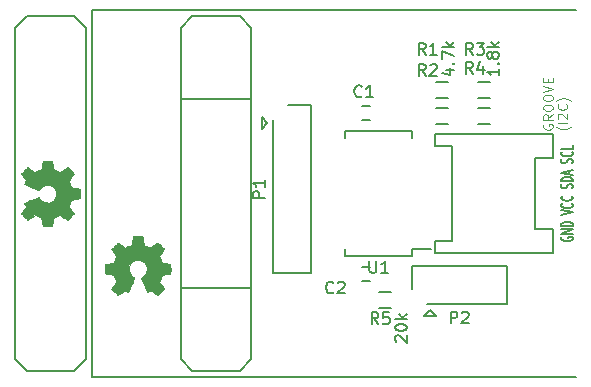
<source format=gbr>
G04 #@! TF.FileFunction,Legend,Top*
%FSLAX46Y46*%
G04 Gerber Fmt 4.6, Leading zero omitted, Abs format (unit mm)*
G04 Created by KiCad (PCBNEW 4.0.2+dfsg1-stable) date 2018年07月27日 15時19分14秒*
%MOMM*%
G01*
G04 APERTURE LIST*
%ADD10C,0.100000*%
%ADD11C,0.090000*%
%ADD12C,0.200000*%
%ADD13C,0.002540*%
%ADD14C,0.150000*%
G04 APERTURE END LIST*
D10*
D11*
X123830600Y-75385276D02*
X123792505Y-75461467D01*
X123792505Y-75575752D01*
X123830600Y-75690038D01*
X123906790Y-75766229D01*
X123982981Y-75804324D01*
X124135362Y-75842419D01*
X124249648Y-75842419D01*
X124402029Y-75804324D01*
X124478219Y-75766229D01*
X124554410Y-75690038D01*
X124592505Y-75575752D01*
X124592505Y-75499562D01*
X124554410Y-75385276D01*
X124516314Y-75347181D01*
X124249648Y-75347181D01*
X124249648Y-75499562D01*
X124592505Y-74547181D02*
X124211552Y-74813848D01*
X124592505Y-75004324D02*
X123792505Y-75004324D01*
X123792505Y-74699562D01*
X123830600Y-74623371D01*
X123868695Y-74585276D01*
X123944886Y-74547181D01*
X124059171Y-74547181D01*
X124135362Y-74585276D01*
X124173457Y-74623371D01*
X124211552Y-74699562D01*
X124211552Y-75004324D01*
X123792505Y-74051943D02*
X123792505Y-73899562D01*
X123830600Y-73823371D01*
X123906790Y-73747181D01*
X124059171Y-73709086D01*
X124325838Y-73709086D01*
X124478219Y-73747181D01*
X124554410Y-73823371D01*
X124592505Y-73899562D01*
X124592505Y-74051943D01*
X124554410Y-74128133D01*
X124478219Y-74204324D01*
X124325838Y-74242419D01*
X124059171Y-74242419D01*
X123906790Y-74204324D01*
X123830600Y-74128133D01*
X123792505Y-74051943D01*
X123792505Y-73213848D02*
X123792505Y-73061467D01*
X123830600Y-72985276D01*
X123906790Y-72909086D01*
X124059171Y-72870991D01*
X124325838Y-72870991D01*
X124478219Y-72909086D01*
X124554410Y-72985276D01*
X124592505Y-73061467D01*
X124592505Y-73213848D01*
X124554410Y-73290038D01*
X124478219Y-73366229D01*
X124325838Y-73404324D01*
X124059171Y-73404324D01*
X123906790Y-73366229D01*
X123830600Y-73290038D01*
X123792505Y-73213848D01*
X123792505Y-72642420D02*
X124592505Y-72375753D01*
X123792505Y-72109086D01*
X124173457Y-71842420D02*
X124173457Y-71575753D01*
X124592505Y-71461467D02*
X124592505Y-71842420D01*
X123792505Y-71842420D01*
X123792505Y-71461467D01*
X126107267Y-75575752D02*
X126069171Y-75613848D01*
X125954886Y-75690038D01*
X125878695Y-75728133D01*
X125764410Y-75766229D01*
X125573933Y-75804324D01*
X125421552Y-75804324D01*
X125231076Y-75766229D01*
X125116790Y-75728133D01*
X125040600Y-75690038D01*
X124926314Y-75613848D01*
X124888219Y-75575752D01*
X125802505Y-75270991D02*
X125002505Y-75270991D01*
X125078695Y-74928134D02*
X125040600Y-74890039D01*
X125002505Y-74813848D01*
X125002505Y-74623372D01*
X125040600Y-74547182D01*
X125078695Y-74509086D01*
X125154886Y-74470991D01*
X125231076Y-74470991D01*
X125345362Y-74509086D01*
X125802505Y-74966229D01*
X125802505Y-74470991D01*
X125726314Y-73670991D02*
X125764410Y-73709086D01*
X125802505Y-73823372D01*
X125802505Y-73899562D01*
X125764410Y-74013848D01*
X125688219Y-74090039D01*
X125612029Y-74128134D01*
X125459648Y-74166229D01*
X125345362Y-74166229D01*
X125192981Y-74128134D01*
X125116790Y-74090039D01*
X125040600Y-74013848D01*
X125002505Y-73899562D01*
X125002505Y-73823372D01*
X125040600Y-73709086D01*
X125078695Y-73670991D01*
X126107267Y-73404324D02*
X126069171Y-73366229D01*
X125954886Y-73290039D01*
X125878695Y-73251943D01*
X125764410Y-73213848D01*
X125573933Y-73175753D01*
X125421552Y-73175753D01*
X125231076Y-73213848D01*
X125116790Y-73251943D01*
X125040600Y-73290039D01*
X124926314Y-73366229D01*
X124888219Y-73404324D01*
D12*
X84085600Y-66244800D02*
X85085600Y-67244800D01*
X85085600Y-67244800D02*
X85085600Y-69244800D01*
X85085600Y-95244800D02*
X84085600Y-96244800D01*
X84085600Y-96244800D02*
X80085600Y-96244800D01*
X80085600Y-96244800D02*
X79085600Y-95244800D01*
X79085600Y-67244800D02*
X80085600Y-66244800D01*
X85085600Y-95244800D02*
X85085600Y-75244800D01*
X85085600Y-67244800D02*
X84085600Y-66244800D01*
X84085600Y-66244800D02*
X80085600Y-66244800D01*
X80085600Y-66244800D02*
X79085600Y-67244800D01*
X79085600Y-75244800D02*
X79085600Y-95244800D01*
X79085600Y-67244800D02*
X79085600Y-75244800D01*
X85085600Y-69244800D02*
X85085600Y-75244800D01*
X99085600Y-69244800D02*
X99085600Y-75244800D01*
X93085600Y-67244800D02*
X93085600Y-75244800D01*
X93085600Y-75244800D02*
X93085600Y-95244800D01*
X94085600Y-66244800D02*
X93085600Y-67244800D01*
X98085600Y-66244800D02*
X94085600Y-66244800D01*
X99085600Y-67244800D02*
X98085600Y-66244800D01*
X99085600Y-95244800D02*
X99085600Y-75244800D01*
X93085600Y-67244800D02*
X94085600Y-66244800D01*
X94085600Y-96244800D02*
X93085600Y-95244800D01*
X98085600Y-96244800D02*
X94085600Y-96244800D01*
X99085600Y-95244800D02*
X98085600Y-96244800D01*
X99085600Y-67244800D02*
X99085600Y-69244800D01*
X98085600Y-66244800D02*
X99085600Y-67244800D01*
X85585600Y-96744800D02*
X85585600Y-65744800D01*
X126585600Y-96744800D02*
X85585600Y-96744800D01*
X85585600Y-65744800D02*
X126585600Y-65744800D01*
D13*
G36*
X79586240Y-79558240D02*
X79601480Y-79588720D01*
X79642120Y-79652220D01*
X79703080Y-79746200D01*
X79776740Y-79855420D01*
X79852940Y-79967180D01*
X79913900Y-80056080D01*
X79954540Y-80119580D01*
X79967240Y-80147520D01*
X79962160Y-80160220D01*
X79936760Y-80213560D01*
X79898660Y-80289760D01*
X79875800Y-80332940D01*
X79845320Y-80404060D01*
X79840240Y-80437080D01*
X79847860Y-80444700D01*
X79901200Y-80470100D01*
X79992640Y-80508200D01*
X80114560Y-80561540D01*
X80254260Y-80622500D01*
X80406660Y-80686000D01*
X80561600Y-80752040D01*
X80711460Y-80813000D01*
X80843540Y-80866340D01*
X80952760Y-80909520D01*
X81026420Y-80940000D01*
X81059440Y-80950160D01*
X81067060Y-80947620D01*
X81100080Y-80912060D01*
X81145800Y-80851100D01*
X81252480Y-80719020D01*
X81415040Y-80589480D01*
X81600460Y-80510740D01*
X81803660Y-80482800D01*
X81994160Y-80505660D01*
X82177040Y-80581860D01*
X82339600Y-80708860D01*
X82461520Y-80861260D01*
X82540260Y-81041600D01*
X82563120Y-81244800D01*
X82542800Y-81437840D01*
X82469140Y-81623260D01*
X82344680Y-81788360D01*
X82263400Y-81856940D01*
X82098300Y-81953460D01*
X81920500Y-82006800D01*
X81874780Y-82014420D01*
X81679200Y-82004260D01*
X81493780Y-81948380D01*
X81326140Y-81844240D01*
X81188980Y-81702000D01*
X81173740Y-81684220D01*
X81125480Y-81615640D01*
X81089920Y-81572460D01*
X81061980Y-81536900D01*
X80462540Y-81785820D01*
X80368560Y-81826460D01*
X80203460Y-81895040D01*
X80063760Y-81953460D01*
X79952000Y-82001720D01*
X79875800Y-82034740D01*
X79845320Y-82049980D01*
X79845320Y-82052520D01*
X79840240Y-82072840D01*
X79858020Y-82118560D01*
X79898660Y-82202380D01*
X79926600Y-82258260D01*
X79957080Y-82321760D01*
X79967240Y-82349700D01*
X79954540Y-82375100D01*
X79916440Y-82436060D01*
X79855480Y-82524960D01*
X79781820Y-82631640D01*
X79713240Y-82733240D01*
X79652280Y-82827220D01*
X79609100Y-82895800D01*
X79591320Y-82928820D01*
X79591320Y-82933900D01*
X79606560Y-82964380D01*
X79652280Y-83017720D01*
X79728480Y-83099000D01*
X79842780Y-83215840D01*
X79860560Y-83233620D01*
X79957080Y-83327600D01*
X80038360Y-83403800D01*
X80094240Y-83457140D01*
X80122180Y-83474920D01*
X80122180Y-83474920D01*
X80155200Y-83457140D01*
X80221240Y-83413960D01*
X80317760Y-83353000D01*
X80429520Y-83276800D01*
X80716540Y-83078680D01*
X80988320Y-83187900D01*
X81072140Y-83220920D01*
X81173740Y-83264100D01*
X81244860Y-83294580D01*
X81277880Y-83309820D01*
X81288040Y-83340300D01*
X81305820Y-83413960D01*
X81328680Y-83523180D01*
X81351540Y-83652720D01*
X81374400Y-83774640D01*
X81394720Y-83883860D01*
X81409960Y-83965140D01*
X81417580Y-84000700D01*
X81422660Y-84010860D01*
X81440440Y-84015940D01*
X81478540Y-84021020D01*
X81544580Y-84023560D01*
X81651260Y-84026100D01*
X81803660Y-84026100D01*
X81821440Y-84026100D01*
X81968760Y-84023560D01*
X82083060Y-84021020D01*
X82159260Y-84018480D01*
X82189740Y-84013400D01*
X82189740Y-84013400D01*
X82197360Y-83977840D01*
X82215140Y-83899100D01*
X82235460Y-83789880D01*
X82260860Y-83657800D01*
X82263400Y-83647640D01*
X82288800Y-83518100D01*
X82311660Y-83406340D01*
X82329440Y-83330140D01*
X82339600Y-83297120D01*
X82349760Y-83289500D01*
X82400560Y-83264100D01*
X82481840Y-83226000D01*
X82580900Y-83182820D01*
X82685040Y-83139640D01*
X82776480Y-83101540D01*
X82847600Y-83076140D01*
X82878080Y-83068520D01*
X82878080Y-83071060D01*
X82911100Y-83088840D01*
X82979680Y-83134560D01*
X83073660Y-83198060D01*
X83185420Y-83276800D01*
X83193040Y-83281880D01*
X83304800Y-83358080D01*
X83398780Y-83419040D01*
X83467360Y-83459680D01*
X83497840Y-83474920D01*
X83497840Y-83474920D01*
X83530860Y-83449520D01*
X83594360Y-83393640D01*
X83680720Y-83312360D01*
X83777240Y-83213300D01*
X83807720Y-83182820D01*
X83914400Y-83076140D01*
X83982980Y-82999940D01*
X84021080Y-82954220D01*
X84028700Y-82931360D01*
X84028700Y-82928820D01*
X84008380Y-82895800D01*
X83962660Y-82827220D01*
X83896620Y-82730700D01*
X83820420Y-82618940D01*
X83815340Y-82611320D01*
X83739140Y-82499560D01*
X83675640Y-82405580D01*
X83632460Y-82339540D01*
X83614680Y-82311600D01*
X83614680Y-82306520D01*
X83629920Y-82260800D01*
X83657860Y-82182060D01*
X83693420Y-82085540D01*
X83736600Y-81981400D01*
X83774700Y-81889960D01*
X83807720Y-81818840D01*
X83825500Y-81785820D01*
X83828040Y-81785820D01*
X83866140Y-81773120D01*
X83949960Y-81752800D01*
X84064260Y-81729940D01*
X84201420Y-81704540D01*
X84224280Y-81699460D01*
X84356360Y-81674060D01*
X84465580Y-81653740D01*
X84541780Y-81638500D01*
X84572260Y-81630880D01*
X84577340Y-81610560D01*
X84582420Y-81547060D01*
X84584960Y-81448000D01*
X84584960Y-81328620D01*
X84584960Y-81204160D01*
X84582420Y-81079700D01*
X84577340Y-80975560D01*
X84572260Y-80899360D01*
X84567180Y-80868880D01*
X84564640Y-80868880D01*
X84524000Y-80856180D01*
X84440180Y-80838400D01*
X84325880Y-80815540D01*
X84188720Y-80787600D01*
X84163320Y-80782520D01*
X84031240Y-80759660D01*
X83924560Y-80736800D01*
X83848360Y-80721560D01*
X83820420Y-80711400D01*
X83812800Y-80701240D01*
X83789940Y-80645360D01*
X83751840Y-80556460D01*
X83708660Y-80447240D01*
X83604520Y-80193240D01*
X83820420Y-79880820D01*
X83838200Y-79850340D01*
X83914400Y-79738580D01*
X83977900Y-79647140D01*
X84018540Y-79583640D01*
X84033780Y-79555700D01*
X84031240Y-79553160D01*
X84005840Y-79522680D01*
X83947420Y-79461720D01*
X83863600Y-79375360D01*
X83767080Y-79278840D01*
X83693420Y-79205180D01*
X83607060Y-79118820D01*
X83548640Y-79065480D01*
X83510540Y-79035000D01*
X83487680Y-79024840D01*
X83472440Y-79027380D01*
X83439420Y-79047700D01*
X83370840Y-79093420D01*
X83276860Y-79156920D01*
X83165100Y-79233120D01*
X83073660Y-79296620D01*
X82969520Y-79362660D01*
X82893320Y-79408380D01*
X82857760Y-79423620D01*
X82842520Y-79418540D01*
X82781560Y-79398220D01*
X82687580Y-79360120D01*
X82578360Y-79314400D01*
X82331980Y-79205180D01*
X82298960Y-79042620D01*
X82281180Y-78943560D01*
X82255780Y-78806400D01*
X82230380Y-78676860D01*
X82189740Y-78471120D01*
X81437900Y-78463500D01*
X81422660Y-78493980D01*
X81415040Y-78524460D01*
X81397260Y-78600660D01*
X81376940Y-78709880D01*
X81351540Y-78836880D01*
X81331220Y-78946100D01*
X81310900Y-79057860D01*
X81295660Y-79136600D01*
X81288040Y-79172160D01*
X81277880Y-79179780D01*
X81224540Y-79207720D01*
X81138180Y-79245820D01*
X81036580Y-79289000D01*
X80932440Y-79334720D01*
X80833380Y-79372820D01*
X80759720Y-79400760D01*
X80721620Y-79410920D01*
X80693680Y-79395680D01*
X80627640Y-79352500D01*
X80536200Y-79291540D01*
X80426980Y-79217880D01*
X80317760Y-79144220D01*
X80223780Y-79080720D01*
X80157740Y-79037540D01*
X80127260Y-79017220D01*
X80104400Y-79027380D01*
X80053600Y-79070560D01*
X79967240Y-79154380D01*
X79845320Y-79276300D01*
X79827540Y-79296620D01*
X79733560Y-79393140D01*
X79657360Y-79476960D01*
X79606560Y-79532840D01*
X79586240Y-79558240D01*
X79586240Y-79558240D01*
G37*
X79586240Y-79558240D02*
X79601480Y-79588720D01*
X79642120Y-79652220D01*
X79703080Y-79746200D01*
X79776740Y-79855420D01*
X79852940Y-79967180D01*
X79913900Y-80056080D01*
X79954540Y-80119580D01*
X79967240Y-80147520D01*
X79962160Y-80160220D01*
X79936760Y-80213560D01*
X79898660Y-80289760D01*
X79875800Y-80332940D01*
X79845320Y-80404060D01*
X79840240Y-80437080D01*
X79847860Y-80444700D01*
X79901200Y-80470100D01*
X79992640Y-80508200D01*
X80114560Y-80561540D01*
X80254260Y-80622500D01*
X80406660Y-80686000D01*
X80561600Y-80752040D01*
X80711460Y-80813000D01*
X80843540Y-80866340D01*
X80952760Y-80909520D01*
X81026420Y-80940000D01*
X81059440Y-80950160D01*
X81067060Y-80947620D01*
X81100080Y-80912060D01*
X81145800Y-80851100D01*
X81252480Y-80719020D01*
X81415040Y-80589480D01*
X81600460Y-80510740D01*
X81803660Y-80482800D01*
X81994160Y-80505660D01*
X82177040Y-80581860D01*
X82339600Y-80708860D01*
X82461520Y-80861260D01*
X82540260Y-81041600D01*
X82563120Y-81244800D01*
X82542800Y-81437840D01*
X82469140Y-81623260D01*
X82344680Y-81788360D01*
X82263400Y-81856940D01*
X82098300Y-81953460D01*
X81920500Y-82006800D01*
X81874780Y-82014420D01*
X81679200Y-82004260D01*
X81493780Y-81948380D01*
X81326140Y-81844240D01*
X81188980Y-81702000D01*
X81173740Y-81684220D01*
X81125480Y-81615640D01*
X81089920Y-81572460D01*
X81061980Y-81536900D01*
X80462540Y-81785820D01*
X80368560Y-81826460D01*
X80203460Y-81895040D01*
X80063760Y-81953460D01*
X79952000Y-82001720D01*
X79875800Y-82034740D01*
X79845320Y-82049980D01*
X79845320Y-82052520D01*
X79840240Y-82072840D01*
X79858020Y-82118560D01*
X79898660Y-82202380D01*
X79926600Y-82258260D01*
X79957080Y-82321760D01*
X79967240Y-82349700D01*
X79954540Y-82375100D01*
X79916440Y-82436060D01*
X79855480Y-82524960D01*
X79781820Y-82631640D01*
X79713240Y-82733240D01*
X79652280Y-82827220D01*
X79609100Y-82895800D01*
X79591320Y-82928820D01*
X79591320Y-82933900D01*
X79606560Y-82964380D01*
X79652280Y-83017720D01*
X79728480Y-83099000D01*
X79842780Y-83215840D01*
X79860560Y-83233620D01*
X79957080Y-83327600D01*
X80038360Y-83403800D01*
X80094240Y-83457140D01*
X80122180Y-83474920D01*
X80122180Y-83474920D01*
X80155200Y-83457140D01*
X80221240Y-83413960D01*
X80317760Y-83353000D01*
X80429520Y-83276800D01*
X80716540Y-83078680D01*
X80988320Y-83187900D01*
X81072140Y-83220920D01*
X81173740Y-83264100D01*
X81244860Y-83294580D01*
X81277880Y-83309820D01*
X81288040Y-83340300D01*
X81305820Y-83413960D01*
X81328680Y-83523180D01*
X81351540Y-83652720D01*
X81374400Y-83774640D01*
X81394720Y-83883860D01*
X81409960Y-83965140D01*
X81417580Y-84000700D01*
X81422660Y-84010860D01*
X81440440Y-84015940D01*
X81478540Y-84021020D01*
X81544580Y-84023560D01*
X81651260Y-84026100D01*
X81803660Y-84026100D01*
X81821440Y-84026100D01*
X81968760Y-84023560D01*
X82083060Y-84021020D01*
X82159260Y-84018480D01*
X82189740Y-84013400D01*
X82189740Y-84013400D01*
X82197360Y-83977840D01*
X82215140Y-83899100D01*
X82235460Y-83789880D01*
X82260860Y-83657800D01*
X82263400Y-83647640D01*
X82288800Y-83518100D01*
X82311660Y-83406340D01*
X82329440Y-83330140D01*
X82339600Y-83297120D01*
X82349760Y-83289500D01*
X82400560Y-83264100D01*
X82481840Y-83226000D01*
X82580900Y-83182820D01*
X82685040Y-83139640D01*
X82776480Y-83101540D01*
X82847600Y-83076140D01*
X82878080Y-83068520D01*
X82878080Y-83071060D01*
X82911100Y-83088840D01*
X82979680Y-83134560D01*
X83073660Y-83198060D01*
X83185420Y-83276800D01*
X83193040Y-83281880D01*
X83304800Y-83358080D01*
X83398780Y-83419040D01*
X83467360Y-83459680D01*
X83497840Y-83474920D01*
X83497840Y-83474920D01*
X83530860Y-83449520D01*
X83594360Y-83393640D01*
X83680720Y-83312360D01*
X83777240Y-83213300D01*
X83807720Y-83182820D01*
X83914400Y-83076140D01*
X83982980Y-82999940D01*
X84021080Y-82954220D01*
X84028700Y-82931360D01*
X84028700Y-82928820D01*
X84008380Y-82895800D01*
X83962660Y-82827220D01*
X83896620Y-82730700D01*
X83820420Y-82618940D01*
X83815340Y-82611320D01*
X83739140Y-82499560D01*
X83675640Y-82405580D01*
X83632460Y-82339540D01*
X83614680Y-82311600D01*
X83614680Y-82306520D01*
X83629920Y-82260800D01*
X83657860Y-82182060D01*
X83693420Y-82085540D01*
X83736600Y-81981400D01*
X83774700Y-81889960D01*
X83807720Y-81818840D01*
X83825500Y-81785820D01*
X83828040Y-81785820D01*
X83866140Y-81773120D01*
X83949960Y-81752800D01*
X84064260Y-81729940D01*
X84201420Y-81704540D01*
X84224280Y-81699460D01*
X84356360Y-81674060D01*
X84465580Y-81653740D01*
X84541780Y-81638500D01*
X84572260Y-81630880D01*
X84577340Y-81610560D01*
X84582420Y-81547060D01*
X84584960Y-81448000D01*
X84584960Y-81328620D01*
X84584960Y-81204160D01*
X84582420Y-81079700D01*
X84577340Y-80975560D01*
X84572260Y-80899360D01*
X84567180Y-80868880D01*
X84564640Y-80868880D01*
X84524000Y-80856180D01*
X84440180Y-80838400D01*
X84325880Y-80815540D01*
X84188720Y-80787600D01*
X84163320Y-80782520D01*
X84031240Y-80759660D01*
X83924560Y-80736800D01*
X83848360Y-80721560D01*
X83820420Y-80711400D01*
X83812800Y-80701240D01*
X83789940Y-80645360D01*
X83751840Y-80556460D01*
X83708660Y-80447240D01*
X83604520Y-80193240D01*
X83820420Y-79880820D01*
X83838200Y-79850340D01*
X83914400Y-79738580D01*
X83977900Y-79647140D01*
X84018540Y-79583640D01*
X84033780Y-79555700D01*
X84031240Y-79553160D01*
X84005840Y-79522680D01*
X83947420Y-79461720D01*
X83863600Y-79375360D01*
X83767080Y-79278840D01*
X83693420Y-79205180D01*
X83607060Y-79118820D01*
X83548640Y-79065480D01*
X83510540Y-79035000D01*
X83487680Y-79024840D01*
X83472440Y-79027380D01*
X83439420Y-79047700D01*
X83370840Y-79093420D01*
X83276860Y-79156920D01*
X83165100Y-79233120D01*
X83073660Y-79296620D01*
X82969520Y-79362660D01*
X82893320Y-79408380D01*
X82857760Y-79423620D01*
X82842520Y-79418540D01*
X82781560Y-79398220D01*
X82687580Y-79360120D01*
X82578360Y-79314400D01*
X82331980Y-79205180D01*
X82298960Y-79042620D01*
X82281180Y-78943560D01*
X82255780Y-78806400D01*
X82230380Y-78676860D01*
X82189740Y-78471120D01*
X81437900Y-78463500D01*
X81422660Y-78493980D01*
X81415040Y-78524460D01*
X81397260Y-78600660D01*
X81376940Y-78709880D01*
X81351540Y-78836880D01*
X81331220Y-78946100D01*
X81310900Y-79057860D01*
X81295660Y-79136600D01*
X81288040Y-79172160D01*
X81277880Y-79179780D01*
X81224540Y-79207720D01*
X81138180Y-79245820D01*
X81036580Y-79289000D01*
X80932440Y-79334720D01*
X80833380Y-79372820D01*
X80759720Y-79400760D01*
X80721620Y-79410920D01*
X80693680Y-79395680D01*
X80627640Y-79352500D01*
X80536200Y-79291540D01*
X80426980Y-79217880D01*
X80317760Y-79144220D01*
X80223780Y-79080720D01*
X80157740Y-79037540D01*
X80127260Y-79017220D01*
X80104400Y-79027380D01*
X80053600Y-79070560D01*
X79967240Y-79154380D01*
X79845320Y-79276300D01*
X79827540Y-79296620D01*
X79733560Y-79393140D01*
X79657360Y-79476960D01*
X79606560Y-79532840D01*
X79586240Y-79558240D01*
D14*
X124585600Y-86244800D02*
X124585600Y-84244800D01*
X124585600Y-84244800D02*
X123085600Y-84244800D01*
X123085600Y-84244800D02*
X123085600Y-78244800D01*
X116085600Y-86244800D02*
X114585600Y-86244800D01*
X114585600Y-86244800D02*
X114585600Y-85244800D01*
X114585600Y-85244800D02*
X116085600Y-85244800D01*
X116085600Y-85244800D02*
X116085600Y-77244800D01*
X116085600Y-77244800D02*
X114585600Y-77244800D01*
X114585600Y-77244800D02*
X114585600Y-76244800D01*
X114585600Y-76244800D02*
X124585600Y-76244800D01*
X124585600Y-76244800D02*
X124585600Y-78244800D01*
X124585600Y-78244800D02*
X123085600Y-78244800D01*
X124585600Y-86244800D02*
X116085600Y-86244800D01*
X109135600Y-75044800D02*
X108435600Y-75044800D01*
X108435600Y-73844800D02*
X109135600Y-73844800D01*
X108435600Y-87444800D02*
X109135600Y-87444800D01*
X109135600Y-88644800D02*
X108435600Y-88644800D01*
X102205600Y-73744800D02*
X104135600Y-73744800D01*
X104135600Y-73744800D02*
X104135600Y-87994800D01*
X104135600Y-87994800D02*
X100935600Y-87994800D01*
X100935600Y-87994800D02*
X100935600Y-75014800D01*
X100435600Y-75244800D02*
X99935600Y-75744800D01*
X99935600Y-75744800D02*
X99935600Y-74744800D01*
X99935600Y-74744800D02*
X100435600Y-75244800D01*
X112685600Y-89324800D02*
X112685600Y-87394800D01*
X112685600Y-87394800D02*
X120685600Y-87394800D01*
X120685600Y-87394800D02*
X120685600Y-90594800D01*
X120685600Y-90594800D02*
X113955600Y-90594800D01*
X114185600Y-91094800D02*
X114685600Y-91594800D01*
X114685600Y-91594800D02*
X113685600Y-91594800D01*
X113685600Y-91594800D02*
X114185600Y-91094800D01*
X114685600Y-71769800D02*
X115685600Y-71769800D01*
X115685600Y-73119800D02*
X114685600Y-73119800D01*
X114685600Y-73969800D02*
X115685600Y-73969800D01*
X115685600Y-75319800D02*
X114685600Y-75319800D01*
X119285600Y-73119800D02*
X118285600Y-73119800D01*
X118285600Y-71769800D02*
X119285600Y-71769800D01*
X119285600Y-75319800D02*
X118285600Y-75319800D01*
X118285600Y-73969800D02*
X119285600Y-73969800D01*
X110885600Y-90919800D02*
X109885600Y-90919800D01*
X109885600Y-89569800D02*
X110885600Y-89569800D01*
D13*
G36*
X87762040Y-89840160D02*
X87792520Y-89824920D01*
X87856020Y-89784280D01*
X87950000Y-89723320D01*
X88059220Y-89649660D01*
X88170980Y-89573460D01*
X88259880Y-89512500D01*
X88323380Y-89471860D01*
X88351320Y-89459160D01*
X88364020Y-89464240D01*
X88417360Y-89489640D01*
X88493560Y-89527740D01*
X88536740Y-89550600D01*
X88607860Y-89581080D01*
X88640880Y-89586160D01*
X88648500Y-89578540D01*
X88673900Y-89525200D01*
X88712000Y-89433760D01*
X88765340Y-89311840D01*
X88826300Y-89172140D01*
X88889800Y-89019740D01*
X88955840Y-88864800D01*
X89016800Y-88714940D01*
X89070140Y-88582860D01*
X89113320Y-88473640D01*
X89143800Y-88399980D01*
X89153960Y-88366960D01*
X89151420Y-88359340D01*
X89115860Y-88326320D01*
X89054900Y-88280600D01*
X88922820Y-88173920D01*
X88793280Y-88011360D01*
X88714540Y-87825940D01*
X88686600Y-87622740D01*
X88709460Y-87432240D01*
X88785660Y-87249360D01*
X88912660Y-87086800D01*
X89065060Y-86964880D01*
X89245400Y-86886140D01*
X89448600Y-86863280D01*
X89641640Y-86883600D01*
X89827060Y-86957260D01*
X89992160Y-87081720D01*
X90060740Y-87163000D01*
X90157260Y-87328100D01*
X90210600Y-87505900D01*
X90218220Y-87551620D01*
X90208060Y-87747200D01*
X90152180Y-87932620D01*
X90048040Y-88100260D01*
X89905800Y-88237420D01*
X89888020Y-88252660D01*
X89819440Y-88300920D01*
X89776260Y-88336480D01*
X89740700Y-88364420D01*
X89989620Y-88963860D01*
X90030260Y-89057840D01*
X90098840Y-89222940D01*
X90157260Y-89362640D01*
X90205520Y-89474400D01*
X90238540Y-89550600D01*
X90253780Y-89581080D01*
X90256320Y-89581080D01*
X90276640Y-89586160D01*
X90322360Y-89568380D01*
X90406180Y-89527740D01*
X90462060Y-89499800D01*
X90525560Y-89469320D01*
X90553500Y-89459160D01*
X90578900Y-89471860D01*
X90639860Y-89509960D01*
X90728760Y-89570920D01*
X90835440Y-89644580D01*
X90937040Y-89713160D01*
X91031020Y-89774120D01*
X91099600Y-89817300D01*
X91132620Y-89835080D01*
X91137700Y-89835080D01*
X91168180Y-89819840D01*
X91221520Y-89774120D01*
X91302800Y-89697920D01*
X91419640Y-89583620D01*
X91437420Y-89565840D01*
X91531400Y-89469320D01*
X91607600Y-89388040D01*
X91660940Y-89332160D01*
X91678720Y-89304220D01*
X91678720Y-89304220D01*
X91660940Y-89271200D01*
X91617760Y-89205160D01*
X91556800Y-89108640D01*
X91480600Y-88996880D01*
X91282480Y-88709860D01*
X91391700Y-88438080D01*
X91424720Y-88354260D01*
X91467900Y-88252660D01*
X91498380Y-88181540D01*
X91513620Y-88148520D01*
X91544100Y-88138360D01*
X91617760Y-88120580D01*
X91726980Y-88097720D01*
X91856520Y-88074860D01*
X91978440Y-88052000D01*
X92087660Y-88031680D01*
X92168940Y-88016440D01*
X92204500Y-88008820D01*
X92214660Y-88003740D01*
X92219740Y-87985960D01*
X92224820Y-87947860D01*
X92227360Y-87881820D01*
X92229900Y-87775140D01*
X92229900Y-87622740D01*
X92229900Y-87604960D01*
X92227360Y-87457640D01*
X92224820Y-87343340D01*
X92222280Y-87267140D01*
X92217200Y-87236660D01*
X92217200Y-87236660D01*
X92181640Y-87229040D01*
X92102900Y-87211260D01*
X91993680Y-87190940D01*
X91861600Y-87165540D01*
X91851440Y-87163000D01*
X91721900Y-87137600D01*
X91610140Y-87114740D01*
X91533940Y-87096960D01*
X91500920Y-87086800D01*
X91493300Y-87076640D01*
X91467900Y-87025840D01*
X91429800Y-86944560D01*
X91386620Y-86845500D01*
X91343440Y-86741360D01*
X91305340Y-86649920D01*
X91279940Y-86578800D01*
X91272320Y-86548320D01*
X91274860Y-86548320D01*
X91292640Y-86515300D01*
X91338360Y-86446720D01*
X91401860Y-86352740D01*
X91480600Y-86240980D01*
X91485680Y-86233360D01*
X91561880Y-86121600D01*
X91622840Y-86027620D01*
X91663480Y-85959040D01*
X91678720Y-85928560D01*
X91678720Y-85928560D01*
X91653320Y-85895540D01*
X91597440Y-85832040D01*
X91516160Y-85745680D01*
X91417100Y-85649160D01*
X91386620Y-85618680D01*
X91279940Y-85512000D01*
X91203740Y-85443420D01*
X91158020Y-85405320D01*
X91135160Y-85397700D01*
X91132620Y-85397700D01*
X91099600Y-85418020D01*
X91031020Y-85463740D01*
X90934500Y-85529780D01*
X90822740Y-85605980D01*
X90815120Y-85611060D01*
X90703360Y-85687260D01*
X90609380Y-85750760D01*
X90543340Y-85793940D01*
X90515400Y-85811720D01*
X90510320Y-85811720D01*
X90464600Y-85796480D01*
X90385860Y-85768540D01*
X90289340Y-85732980D01*
X90185200Y-85689800D01*
X90093760Y-85651700D01*
X90022640Y-85618680D01*
X89989620Y-85600900D01*
X89989620Y-85598360D01*
X89976920Y-85560260D01*
X89956600Y-85476440D01*
X89933740Y-85362140D01*
X89908340Y-85224980D01*
X89903260Y-85202120D01*
X89877860Y-85070040D01*
X89857540Y-84960820D01*
X89842300Y-84884620D01*
X89834680Y-84854140D01*
X89814360Y-84849060D01*
X89750860Y-84843980D01*
X89651800Y-84841440D01*
X89532420Y-84841440D01*
X89407960Y-84841440D01*
X89283500Y-84843980D01*
X89179360Y-84849060D01*
X89103160Y-84854140D01*
X89072680Y-84859220D01*
X89072680Y-84861760D01*
X89059980Y-84902400D01*
X89042200Y-84986220D01*
X89019340Y-85100520D01*
X88991400Y-85237680D01*
X88986320Y-85263080D01*
X88963460Y-85395160D01*
X88940600Y-85501840D01*
X88925360Y-85578040D01*
X88915200Y-85605980D01*
X88905040Y-85613600D01*
X88849160Y-85636460D01*
X88760260Y-85674560D01*
X88651040Y-85717740D01*
X88397040Y-85821880D01*
X88084620Y-85605980D01*
X88054140Y-85588200D01*
X87942380Y-85512000D01*
X87850940Y-85448500D01*
X87787440Y-85407860D01*
X87759500Y-85392620D01*
X87756960Y-85395160D01*
X87726480Y-85420560D01*
X87665520Y-85478980D01*
X87579160Y-85562800D01*
X87482640Y-85659320D01*
X87408980Y-85732980D01*
X87322620Y-85819340D01*
X87269280Y-85877760D01*
X87238800Y-85915860D01*
X87228640Y-85938720D01*
X87231180Y-85953960D01*
X87251500Y-85986980D01*
X87297220Y-86055560D01*
X87360720Y-86149540D01*
X87436920Y-86261300D01*
X87500420Y-86352740D01*
X87566460Y-86456880D01*
X87612180Y-86533080D01*
X87627420Y-86568640D01*
X87622340Y-86583880D01*
X87602020Y-86644840D01*
X87563920Y-86738820D01*
X87518200Y-86848040D01*
X87408980Y-87094420D01*
X87246420Y-87127440D01*
X87147360Y-87145220D01*
X87010200Y-87170620D01*
X86880660Y-87196020D01*
X86674920Y-87236660D01*
X86667300Y-87988500D01*
X86697780Y-88003740D01*
X86728260Y-88011360D01*
X86804460Y-88029140D01*
X86913680Y-88049460D01*
X87040680Y-88074860D01*
X87149900Y-88095180D01*
X87261660Y-88115500D01*
X87340400Y-88130740D01*
X87375960Y-88138360D01*
X87383580Y-88148520D01*
X87411520Y-88201860D01*
X87449620Y-88288220D01*
X87492800Y-88389820D01*
X87538520Y-88493960D01*
X87576620Y-88593020D01*
X87604560Y-88666680D01*
X87614720Y-88704780D01*
X87599480Y-88732720D01*
X87556300Y-88798760D01*
X87495340Y-88890200D01*
X87421680Y-88999420D01*
X87348020Y-89108640D01*
X87284520Y-89202620D01*
X87241340Y-89268660D01*
X87221020Y-89299140D01*
X87231180Y-89322000D01*
X87274360Y-89372800D01*
X87358180Y-89459160D01*
X87480100Y-89581080D01*
X87500420Y-89598860D01*
X87596940Y-89692840D01*
X87680760Y-89769040D01*
X87736640Y-89819840D01*
X87762040Y-89840160D01*
X87762040Y-89840160D01*
G37*
X87762040Y-89840160D02*
X87792520Y-89824920D01*
X87856020Y-89784280D01*
X87950000Y-89723320D01*
X88059220Y-89649660D01*
X88170980Y-89573460D01*
X88259880Y-89512500D01*
X88323380Y-89471860D01*
X88351320Y-89459160D01*
X88364020Y-89464240D01*
X88417360Y-89489640D01*
X88493560Y-89527740D01*
X88536740Y-89550600D01*
X88607860Y-89581080D01*
X88640880Y-89586160D01*
X88648500Y-89578540D01*
X88673900Y-89525200D01*
X88712000Y-89433760D01*
X88765340Y-89311840D01*
X88826300Y-89172140D01*
X88889800Y-89019740D01*
X88955840Y-88864800D01*
X89016800Y-88714940D01*
X89070140Y-88582860D01*
X89113320Y-88473640D01*
X89143800Y-88399980D01*
X89153960Y-88366960D01*
X89151420Y-88359340D01*
X89115860Y-88326320D01*
X89054900Y-88280600D01*
X88922820Y-88173920D01*
X88793280Y-88011360D01*
X88714540Y-87825940D01*
X88686600Y-87622740D01*
X88709460Y-87432240D01*
X88785660Y-87249360D01*
X88912660Y-87086800D01*
X89065060Y-86964880D01*
X89245400Y-86886140D01*
X89448600Y-86863280D01*
X89641640Y-86883600D01*
X89827060Y-86957260D01*
X89992160Y-87081720D01*
X90060740Y-87163000D01*
X90157260Y-87328100D01*
X90210600Y-87505900D01*
X90218220Y-87551620D01*
X90208060Y-87747200D01*
X90152180Y-87932620D01*
X90048040Y-88100260D01*
X89905800Y-88237420D01*
X89888020Y-88252660D01*
X89819440Y-88300920D01*
X89776260Y-88336480D01*
X89740700Y-88364420D01*
X89989620Y-88963860D01*
X90030260Y-89057840D01*
X90098840Y-89222940D01*
X90157260Y-89362640D01*
X90205520Y-89474400D01*
X90238540Y-89550600D01*
X90253780Y-89581080D01*
X90256320Y-89581080D01*
X90276640Y-89586160D01*
X90322360Y-89568380D01*
X90406180Y-89527740D01*
X90462060Y-89499800D01*
X90525560Y-89469320D01*
X90553500Y-89459160D01*
X90578900Y-89471860D01*
X90639860Y-89509960D01*
X90728760Y-89570920D01*
X90835440Y-89644580D01*
X90937040Y-89713160D01*
X91031020Y-89774120D01*
X91099600Y-89817300D01*
X91132620Y-89835080D01*
X91137700Y-89835080D01*
X91168180Y-89819840D01*
X91221520Y-89774120D01*
X91302800Y-89697920D01*
X91419640Y-89583620D01*
X91437420Y-89565840D01*
X91531400Y-89469320D01*
X91607600Y-89388040D01*
X91660940Y-89332160D01*
X91678720Y-89304220D01*
X91678720Y-89304220D01*
X91660940Y-89271200D01*
X91617760Y-89205160D01*
X91556800Y-89108640D01*
X91480600Y-88996880D01*
X91282480Y-88709860D01*
X91391700Y-88438080D01*
X91424720Y-88354260D01*
X91467900Y-88252660D01*
X91498380Y-88181540D01*
X91513620Y-88148520D01*
X91544100Y-88138360D01*
X91617760Y-88120580D01*
X91726980Y-88097720D01*
X91856520Y-88074860D01*
X91978440Y-88052000D01*
X92087660Y-88031680D01*
X92168940Y-88016440D01*
X92204500Y-88008820D01*
X92214660Y-88003740D01*
X92219740Y-87985960D01*
X92224820Y-87947860D01*
X92227360Y-87881820D01*
X92229900Y-87775140D01*
X92229900Y-87622740D01*
X92229900Y-87604960D01*
X92227360Y-87457640D01*
X92224820Y-87343340D01*
X92222280Y-87267140D01*
X92217200Y-87236660D01*
X92217200Y-87236660D01*
X92181640Y-87229040D01*
X92102900Y-87211260D01*
X91993680Y-87190940D01*
X91861600Y-87165540D01*
X91851440Y-87163000D01*
X91721900Y-87137600D01*
X91610140Y-87114740D01*
X91533940Y-87096960D01*
X91500920Y-87086800D01*
X91493300Y-87076640D01*
X91467900Y-87025840D01*
X91429800Y-86944560D01*
X91386620Y-86845500D01*
X91343440Y-86741360D01*
X91305340Y-86649920D01*
X91279940Y-86578800D01*
X91272320Y-86548320D01*
X91274860Y-86548320D01*
X91292640Y-86515300D01*
X91338360Y-86446720D01*
X91401860Y-86352740D01*
X91480600Y-86240980D01*
X91485680Y-86233360D01*
X91561880Y-86121600D01*
X91622840Y-86027620D01*
X91663480Y-85959040D01*
X91678720Y-85928560D01*
X91678720Y-85928560D01*
X91653320Y-85895540D01*
X91597440Y-85832040D01*
X91516160Y-85745680D01*
X91417100Y-85649160D01*
X91386620Y-85618680D01*
X91279940Y-85512000D01*
X91203740Y-85443420D01*
X91158020Y-85405320D01*
X91135160Y-85397700D01*
X91132620Y-85397700D01*
X91099600Y-85418020D01*
X91031020Y-85463740D01*
X90934500Y-85529780D01*
X90822740Y-85605980D01*
X90815120Y-85611060D01*
X90703360Y-85687260D01*
X90609380Y-85750760D01*
X90543340Y-85793940D01*
X90515400Y-85811720D01*
X90510320Y-85811720D01*
X90464600Y-85796480D01*
X90385860Y-85768540D01*
X90289340Y-85732980D01*
X90185200Y-85689800D01*
X90093760Y-85651700D01*
X90022640Y-85618680D01*
X89989620Y-85600900D01*
X89989620Y-85598360D01*
X89976920Y-85560260D01*
X89956600Y-85476440D01*
X89933740Y-85362140D01*
X89908340Y-85224980D01*
X89903260Y-85202120D01*
X89877860Y-85070040D01*
X89857540Y-84960820D01*
X89842300Y-84884620D01*
X89834680Y-84854140D01*
X89814360Y-84849060D01*
X89750860Y-84843980D01*
X89651800Y-84841440D01*
X89532420Y-84841440D01*
X89407960Y-84841440D01*
X89283500Y-84843980D01*
X89179360Y-84849060D01*
X89103160Y-84854140D01*
X89072680Y-84859220D01*
X89072680Y-84861760D01*
X89059980Y-84902400D01*
X89042200Y-84986220D01*
X89019340Y-85100520D01*
X88991400Y-85237680D01*
X88986320Y-85263080D01*
X88963460Y-85395160D01*
X88940600Y-85501840D01*
X88925360Y-85578040D01*
X88915200Y-85605980D01*
X88905040Y-85613600D01*
X88849160Y-85636460D01*
X88760260Y-85674560D01*
X88651040Y-85717740D01*
X88397040Y-85821880D01*
X88084620Y-85605980D01*
X88054140Y-85588200D01*
X87942380Y-85512000D01*
X87850940Y-85448500D01*
X87787440Y-85407860D01*
X87759500Y-85392620D01*
X87756960Y-85395160D01*
X87726480Y-85420560D01*
X87665520Y-85478980D01*
X87579160Y-85562800D01*
X87482640Y-85659320D01*
X87408980Y-85732980D01*
X87322620Y-85819340D01*
X87269280Y-85877760D01*
X87238800Y-85915860D01*
X87228640Y-85938720D01*
X87231180Y-85953960D01*
X87251500Y-85986980D01*
X87297220Y-86055560D01*
X87360720Y-86149540D01*
X87436920Y-86261300D01*
X87500420Y-86352740D01*
X87566460Y-86456880D01*
X87612180Y-86533080D01*
X87627420Y-86568640D01*
X87622340Y-86583880D01*
X87602020Y-86644840D01*
X87563920Y-86738820D01*
X87518200Y-86848040D01*
X87408980Y-87094420D01*
X87246420Y-87127440D01*
X87147360Y-87145220D01*
X87010200Y-87170620D01*
X86880660Y-87196020D01*
X86674920Y-87236660D01*
X86667300Y-87988500D01*
X86697780Y-88003740D01*
X86728260Y-88011360D01*
X86804460Y-88029140D01*
X86913680Y-88049460D01*
X87040680Y-88074860D01*
X87149900Y-88095180D01*
X87261660Y-88115500D01*
X87340400Y-88130740D01*
X87375960Y-88138360D01*
X87383580Y-88148520D01*
X87411520Y-88201860D01*
X87449620Y-88288220D01*
X87492800Y-88389820D01*
X87538520Y-88493960D01*
X87576620Y-88593020D01*
X87604560Y-88666680D01*
X87614720Y-88704780D01*
X87599480Y-88732720D01*
X87556300Y-88798760D01*
X87495340Y-88890200D01*
X87421680Y-88999420D01*
X87348020Y-89108640D01*
X87284520Y-89202620D01*
X87241340Y-89268660D01*
X87221020Y-89299140D01*
X87231180Y-89322000D01*
X87274360Y-89372800D01*
X87358180Y-89459160D01*
X87480100Y-89581080D01*
X87500420Y-89598860D01*
X87596940Y-89692840D01*
X87680760Y-89769040D01*
X87736640Y-89819840D01*
X87762040Y-89840160D01*
D14*
X112710600Y-86569800D02*
X112710600Y-85919800D01*
X106960600Y-86569800D02*
X106960600Y-85919800D01*
X106960600Y-75919800D02*
X106960600Y-76569800D01*
X112710600Y-75919800D02*
X112710600Y-76569800D01*
X112710600Y-86569800D02*
X106960600Y-86569800D01*
X112710600Y-75919800D02*
X106960600Y-75919800D01*
X112710600Y-85919800D02*
X114310600Y-85919800D01*
X99085600Y-81244800D02*
X99085600Y-89244800D01*
X99085600Y-89244800D02*
X93085600Y-89244800D01*
X93085600Y-89244800D02*
X93085600Y-73244800D01*
X93085600Y-73244800D02*
X99085600Y-73244800D01*
X99085600Y-73244800D02*
X99085600Y-81244800D01*
X125335600Y-84916229D02*
X125287981Y-84973372D01*
X125287981Y-85059086D01*
X125335600Y-85144801D01*
X125430838Y-85201943D01*
X125526076Y-85230515D01*
X125716552Y-85259086D01*
X125859410Y-85259086D01*
X126049886Y-85230515D01*
X126145124Y-85201943D01*
X126240362Y-85144801D01*
X126287981Y-85059086D01*
X126287981Y-85001943D01*
X126240362Y-84916229D01*
X126192743Y-84887658D01*
X125859410Y-84887658D01*
X125859410Y-85001943D01*
X126287981Y-84630515D02*
X125287981Y-84630515D01*
X126287981Y-84287658D01*
X125287981Y-84287658D01*
X126287981Y-84001944D02*
X125287981Y-84001944D01*
X125287981Y-83859087D01*
X125335600Y-83773372D01*
X125430838Y-83716230D01*
X125526076Y-83687658D01*
X125716552Y-83659087D01*
X125859410Y-83659087D01*
X126049886Y-83687658D01*
X126145124Y-83716230D01*
X126240362Y-83773372D01*
X126287981Y-83859087D01*
X126287981Y-84001944D01*
X125287981Y-83030515D02*
X126287981Y-82830515D01*
X125287981Y-82630515D01*
X126192743Y-82087658D02*
X126240362Y-82116229D01*
X126287981Y-82201943D01*
X126287981Y-82259086D01*
X126240362Y-82344801D01*
X126145124Y-82401943D01*
X126049886Y-82430515D01*
X125859410Y-82459086D01*
X125716552Y-82459086D01*
X125526076Y-82430515D01*
X125430838Y-82401943D01*
X125335600Y-82344801D01*
X125287981Y-82259086D01*
X125287981Y-82201943D01*
X125335600Y-82116229D01*
X125383219Y-82087658D01*
X126192743Y-81487658D02*
X126240362Y-81516229D01*
X126287981Y-81601943D01*
X126287981Y-81659086D01*
X126240362Y-81744801D01*
X126145124Y-81801943D01*
X126049886Y-81830515D01*
X125859410Y-81859086D01*
X125716552Y-81859086D01*
X125526076Y-81830515D01*
X125430838Y-81801943D01*
X125335600Y-81744801D01*
X125287981Y-81659086D01*
X125287981Y-81601943D01*
X125335600Y-81516229D01*
X125383219Y-81487658D01*
X126240362Y-80801943D02*
X126287981Y-80716229D01*
X126287981Y-80573372D01*
X126240362Y-80516229D01*
X126192743Y-80487658D01*
X126097505Y-80459086D01*
X126002267Y-80459086D01*
X125907029Y-80487658D01*
X125859410Y-80516229D01*
X125811790Y-80573372D01*
X125764171Y-80687658D01*
X125716552Y-80744800D01*
X125668933Y-80773372D01*
X125573695Y-80801943D01*
X125478457Y-80801943D01*
X125383219Y-80773372D01*
X125335600Y-80744800D01*
X125287981Y-80687658D01*
X125287981Y-80544800D01*
X125335600Y-80459086D01*
X126287981Y-80201943D02*
X125287981Y-80201943D01*
X125287981Y-80059086D01*
X125335600Y-79973371D01*
X125430838Y-79916229D01*
X125526076Y-79887657D01*
X125716552Y-79859086D01*
X125859410Y-79859086D01*
X126049886Y-79887657D01*
X126145124Y-79916229D01*
X126240362Y-79973371D01*
X126287981Y-80059086D01*
X126287981Y-80201943D01*
X126002267Y-79630514D02*
X126002267Y-79344800D01*
X126287981Y-79687657D02*
X125287981Y-79487657D01*
X126287981Y-79287657D01*
X126240362Y-78659085D02*
X126287981Y-78573371D01*
X126287981Y-78430514D01*
X126240362Y-78373371D01*
X126192743Y-78344800D01*
X126097505Y-78316228D01*
X126002267Y-78316228D01*
X125907029Y-78344800D01*
X125859410Y-78373371D01*
X125811790Y-78430514D01*
X125764171Y-78544800D01*
X125716552Y-78601942D01*
X125668933Y-78630514D01*
X125573695Y-78659085D01*
X125478457Y-78659085D01*
X125383219Y-78630514D01*
X125335600Y-78601942D01*
X125287981Y-78544800D01*
X125287981Y-78401942D01*
X125335600Y-78316228D01*
X126192743Y-77716228D02*
X126240362Y-77744799D01*
X126287981Y-77830513D01*
X126287981Y-77887656D01*
X126240362Y-77973371D01*
X126145124Y-78030513D01*
X126049886Y-78059085D01*
X125859410Y-78087656D01*
X125716552Y-78087656D01*
X125526076Y-78059085D01*
X125430838Y-78030513D01*
X125335600Y-77973371D01*
X125287981Y-77887656D01*
X125287981Y-77830513D01*
X125335600Y-77744799D01*
X125383219Y-77716228D01*
X126287981Y-77173371D02*
X126287981Y-77459085D01*
X125287981Y-77459085D01*
X108418934Y-73001943D02*
X108371315Y-73049562D01*
X108228458Y-73097181D01*
X108133220Y-73097181D01*
X107990362Y-73049562D01*
X107895124Y-72954324D01*
X107847505Y-72859086D01*
X107799886Y-72668610D01*
X107799886Y-72525752D01*
X107847505Y-72335276D01*
X107895124Y-72240038D01*
X107990362Y-72144800D01*
X108133220Y-72097181D01*
X108228458Y-72097181D01*
X108371315Y-72144800D01*
X108418934Y-72192419D01*
X109371315Y-73097181D02*
X108799886Y-73097181D01*
X109085600Y-73097181D02*
X109085600Y-72097181D01*
X108990362Y-72240038D01*
X108895124Y-72335276D01*
X108799886Y-72382895D01*
X106018934Y-89601943D02*
X105971315Y-89649562D01*
X105828458Y-89697181D01*
X105733220Y-89697181D01*
X105590362Y-89649562D01*
X105495124Y-89554324D01*
X105447505Y-89459086D01*
X105399886Y-89268610D01*
X105399886Y-89125752D01*
X105447505Y-88935276D01*
X105495124Y-88840038D01*
X105590362Y-88744800D01*
X105733220Y-88697181D01*
X105828458Y-88697181D01*
X105971315Y-88744800D01*
X106018934Y-88792419D01*
X106399886Y-88792419D02*
X106447505Y-88744800D01*
X106542743Y-88697181D01*
X106780839Y-88697181D01*
X106876077Y-88744800D01*
X106923696Y-88792419D01*
X106971315Y-88887657D01*
X106971315Y-88982895D01*
X106923696Y-89125752D01*
X106352267Y-89697181D01*
X106971315Y-89697181D01*
X100187981Y-81607895D02*
X99187981Y-81607895D01*
X99187981Y-81226942D01*
X99235600Y-81131704D01*
X99283219Y-81084085D01*
X99378457Y-81036466D01*
X99521314Y-81036466D01*
X99616552Y-81084085D01*
X99664171Y-81131704D01*
X99711790Y-81226942D01*
X99711790Y-81607895D01*
X100187981Y-80084085D02*
X100187981Y-80655514D01*
X100187981Y-80369800D02*
X99187981Y-80369800D01*
X99330838Y-80465038D01*
X99426076Y-80560276D01*
X99473695Y-80655514D01*
X115947505Y-92247181D02*
X115947505Y-91247181D01*
X116328458Y-91247181D01*
X116423696Y-91294800D01*
X116471315Y-91342419D01*
X116518934Y-91437657D01*
X116518934Y-91580514D01*
X116471315Y-91675752D01*
X116423696Y-91723371D01*
X116328458Y-91770990D01*
X115947505Y-91770990D01*
X116899886Y-91342419D02*
X116947505Y-91294800D01*
X117042743Y-91247181D01*
X117280839Y-91247181D01*
X117376077Y-91294800D01*
X117423696Y-91342419D01*
X117471315Y-91437657D01*
X117471315Y-91532895D01*
X117423696Y-91675752D01*
X116852267Y-92247181D01*
X117471315Y-92247181D01*
X113818934Y-69497181D02*
X113485600Y-69020990D01*
X113247505Y-69497181D02*
X113247505Y-68497181D01*
X113628458Y-68497181D01*
X113723696Y-68544800D01*
X113771315Y-68592419D01*
X113818934Y-68687657D01*
X113818934Y-68830514D01*
X113771315Y-68925752D01*
X113723696Y-68973371D01*
X113628458Y-69020990D01*
X113247505Y-69020990D01*
X114771315Y-69497181D02*
X114199886Y-69497181D01*
X114485600Y-69497181D02*
X114485600Y-68497181D01*
X114390362Y-68640038D01*
X114295124Y-68735276D01*
X114199886Y-68782895D01*
X115571314Y-70773371D02*
X116237981Y-70773371D01*
X115190362Y-71011467D02*
X115904648Y-71249562D01*
X115904648Y-70630514D01*
X116142743Y-70249562D02*
X116190362Y-70201943D01*
X116237981Y-70249562D01*
X116190362Y-70297181D01*
X116142743Y-70249562D01*
X116237981Y-70249562D01*
X115237981Y-69868610D02*
X115237981Y-69201943D01*
X116237981Y-69630515D01*
X116237981Y-68820991D02*
X115237981Y-68820991D01*
X115857029Y-68725753D02*
X116237981Y-68440038D01*
X115571314Y-68440038D02*
X115952267Y-68820991D01*
X113818934Y-71297181D02*
X113485600Y-70820990D01*
X113247505Y-71297181D02*
X113247505Y-70297181D01*
X113628458Y-70297181D01*
X113723696Y-70344800D01*
X113771315Y-70392419D01*
X113818934Y-70487657D01*
X113818934Y-70630514D01*
X113771315Y-70725752D01*
X113723696Y-70773371D01*
X113628458Y-70820990D01*
X113247505Y-70820990D01*
X114199886Y-70392419D02*
X114247505Y-70344800D01*
X114342743Y-70297181D01*
X114580839Y-70297181D01*
X114676077Y-70344800D01*
X114723696Y-70392419D01*
X114771315Y-70487657D01*
X114771315Y-70582895D01*
X114723696Y-70725752D01*
X114152267Y-71297181D01*
X114771315Y-71297181D01*
X117818934Y-69497181D02*
X117485600Y-69020990D01*
X117247505Y-69497181D02*
X117247505Y-68497181D01*
X117628458Y-68497181D01*
X117723696Y-68544800D01*
X117771315Y-68592419D01*
X117818934Y-68687657D01*
X117818934Y-68830514D01*
X117771315Y-68925752D01*
X117723696Y-68973371D01*
X117628458Y-69020990D01*
X117247505Y-69020990D01*
X118152267Y-68497181D02*
X118771315Y-68497181D01*
X118437981Y-68878133D01*
X118580839Y-68878133D01*
X118676077Y-68925752D01*
X118723696Y-68973371D01*
X118771315Y-69068610D01*
X118771315Y-69306705D01*
X118723696Y-69401943D01*
X118676077Y-69449562D01*
X118580839Y-69497181D01*
X118295124Y-69497181D01*
X118199886Y-69449562D01*
X118152267Y-69401943D01*
X117818934Y-71097181D02*
X117485600Y-70620990D01*
X117247505Y-71097181D02*
X117247505Y-70097181D01*
X117628458Y-70097181D01*
X117723696Y-70144800D01*
X117771315Y-70192419D01*
X117818934Y-70287657D01*
X117818934Y-70430514D01*
X117771315Y-70525752D01*
X117723696Y-70573371D01*
X117628458Y-70620990D01*
X117247505Y-70620990D01*
X118676077Y-70430514D02*
X118676077Y-71097181D01*
X118437981Y-70049562D02*
X118199886Y-70763848D01*
X118818934Y-70763848D01*
X120037981Y-70678133D02*
X120037981Y-71249562D01*
X120037981Y-70963848D02*
X119037981Y-70963848D01*
X119180838Y-71059086D01*
X119276076Y-71154324D01*
X119323695Y-71249562D01*
X119942743Y-70249562D02*
X119990362Y-70201943D01*
X120037981Y-70249562D01*
X119990362Y-70297181D01*
X119942743Y-70249562D01*
X120037981Y-70249562D01*
X119466552Y-69630515D02*
X119418933Y-69725753D01*
X119371314Y-69773372D01*
X119276076Y-69820991D01*
X119228457Y-69820991D01*
X119133219Y-69773372D01*
X119085600Y-69725753D01*
X119037981Y-69630515D01*
X119037981Y-69440038D01*
X119085600Y-69344800D01*
X119133219Y-69297181D01*
X119228457Y-69249562D01*
X119276076Y-69249562D01*
X119371314Y-69297181D01*
X119418933Y-69344800D01*
X119466552Y-69440038D01*
X119466552Y-69630515D01*
X119514171Y-69725753D01*
X119561790Y-69773372D01*
X119657029Y-69820991D01*
X119847505Y-69820991D01*
X119942743Y-69773372D01*
X119990362Y-69725753D01*
X120037981Y-69630515D01*
X120037981Y-69440038D01*
X119990362Y-69344800D01*
X119942743Y-69297181D01*
X119847505Y-69249562D01*
X119657029Y-69249562D01*
X119561790Y-69297181D01*
X119514171Y-69344800D01*
X119466552Y-69440038D01*
X120037981Y-68820991D02*
X119037981Y-68820991D01*
X119657029Y-68725753D02*
X120037981Y-68440038D01*
X119371314Y-68440038D02*
X119752267Y-68820991D01*
X109818934Y-92297181D02*
X109485600Y-91820990D01*
X109247505Y-92297181D02*
X109247505Y-91297181D01*
X109628458Y-91297181D01*
X109723696Y-91344800D01*
X109771315Y-91392419D01*
X109818934Y-91487657D01*
X109818934Y-91630514D01*
X109771315Y-91725752D01*
X109723696Y-91773371D01*
X109628458Y-91820990D01*
X109247505Y-91820990D01*
X110723696Y-91297181D02*
X110247505Y-91297181D01*
X110199886Y-91773371D01*
X110247505Y-91725752D01*
X110342743Y-91678133D01*
X110580839Y-91678133D01*
X110676077Y-91725752D01*
X110723696Y-91773371D01*
X110771315Y-91868610D01*
X110771315Y-92106705D01*
X110723696Y-92201943D01*
X110676077Y-92249562D01*
X110580839Y-92297181D01*
X110342743Y-92297181D01*
X110247505Y-92249562D01*
X110199886Y-92201943D01*
X111333219Y-93811467D02*
X111285600Y-93763848D01*
X111237981Y-93668610D01*
X111237981Y-93430514D01*
X111285600Y-93335276D01*
X111333219Y-93287657D01*
X111428457Y-93240038D01*
X111523695Y-93240038D01*
X111666552Y-93287657D01*
X112237981Y-93859086D01*
X112237981Y-93240038D01*
X111237981Y-92620991D02*
X111237981Y-92525752D01*
X111285600Y-92430514D01*
X111333219Y-92382895D01*
X111428457Y-92335276D01*
X111618933Y-92287657D01*
X111857029Y-92287657D01*
X112047505Y-92335276D01*
X112142743Y-92382895D01*
X112190362Y-92430514D01*
X112237981Y-92525752D01*
X112237981Y-92620991D01*
X112190362Y-92716229D01*
X112142743Y-92763848D01*
X112047505Y-92811467D01*
X111857029Y-92859086D01*
X111618933Y-92859086D01*
X111428457Y-92811467D01*
X111333219Y-92763848D01*
X111285600Y-92716229D01*
X111237981Y-92620991D01*
X112237981Y-91859086D02*
X111237981Y-91859086D01*
X111857029Y-91763848D02*
X112237981Y-91478133D01*
X111571314Y-91478133D02*
X111952267Y-91859086D01*
X109073695Y-86947181D02*
X109073695Y-87756705D01*
X109121314Y-87851943D01*
X109168933Y-87899562D01*
X109264171Y-87947181D01*
X109454648Y-87947181D01*
X109549886Y-87899562D01*
X109597505Y-87851943D01*
X109645124Y-87756705D01*
X109645124Y-86947181D01*
X110645124Y-87947181D02*
X110073695Y-87947181D01*
X110359409Y-87947181D02*
X110359409Y-86947181D01*
X110264171Y-87090038D01*
X110168933Y-87185276D01*
X110073695Y-87232895D01*
M02*

</source>
